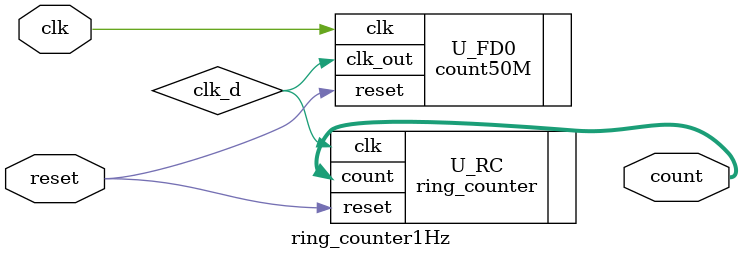
<source format=v>
module ring_counter1Hz(
    clk, // clock from oscillator
    reset, // active low reset
    count
);

input clk; // clock from oscillator
input reset; // active low reset
output [7:0]count;
wire clk_d; // frequency-divided clock
wire [7:0] count; // binary counter output

// Frequency Divider
count50M U_FD0(
    .clk_out(clk_d), //divided clock output
    .clk(clk), // clock from the 40MHz oscillator
    .reset(reset) // low active reset
);
// Binary Counter
ring_counter U_RC(
    .count(count), //counter output
    .clk(clk_d), // clock
    .reset(reset) //active low reset
);

endmodule
   
</source>
